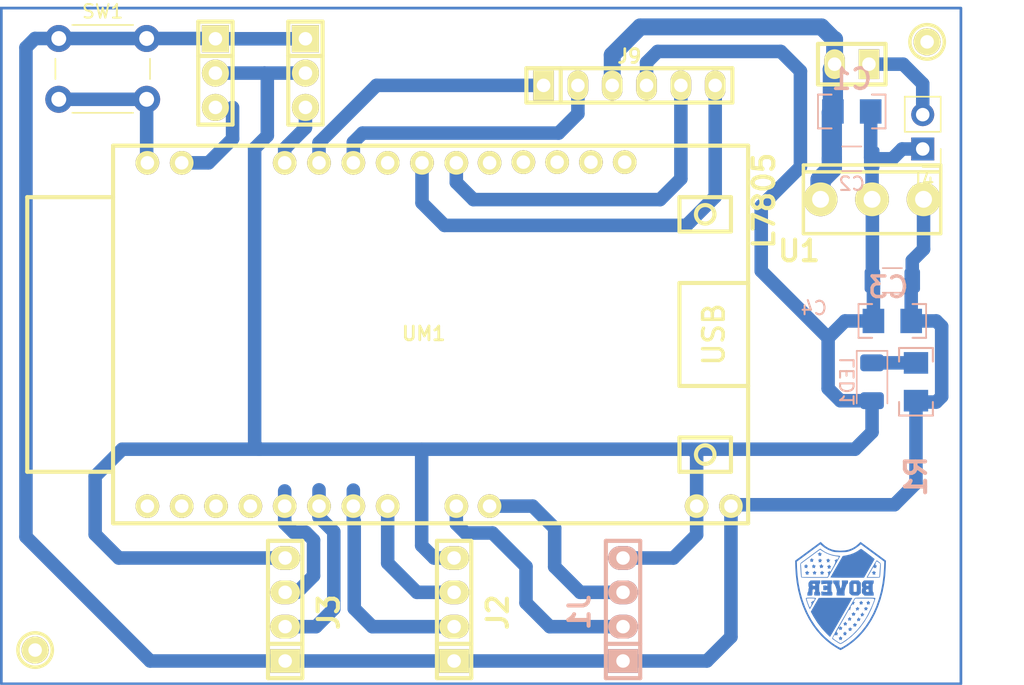
<source format=kicad_pcb>
(kicad_pcb (version 20211014) (generator pcbnew)
  (layers (0 "F.Cu" signal) (31 "B.Cu" signal) (34 "B.Paste" user) (35 "F.Paste" user) (36 "B.SilkS" user "B.Silkscreen") (37 "F.SilkS" user "F.Silkscreen") (38 "B.Mask" user) (39 "F.Mask" user) (44 "Edge.Cuts" user))
  (net 0 "")
  (net 1 "+7.5V")
  (net 2 "GND")
  (net 3 "+5V")
  (net 4 "/VBAT")
  (net 5 "/BOTON")
  (net 6 "Net-(LED1-Pad1)")
  (net 7 "/D0")
  (net 8 "/D0B")
  (net 9 "/IN4")
  (net 10 "/IN3")
  (net 11 "/IN2")
  (net 12 "/IN1")
  (net 13 "/TRIGG_1")
  (net 20 "/ECCHO_1")
  (net 21 "/TRIGG_2")
  (net 22 "/ECCHO_2")
  (net 23 "/TRIGG_3")
  (net 24 "/ECCHO_3")
  (footprint "EESTN5:to220" (layer "F.Cu") (at 193.925 86.65)
    (fp_text reference "U1")
    (fp_text value "L7805")
  )
  (footprint "EESTN5:Pin_Header_6" (layer "F.Cu") (at 175.97 78.22)
    (fp_text reference "J9")
    (fp_text value "Input of Driver L9110" hide)
  )
  (footprint "EESTN5:pin_strip_4" (layer "F.Cu") (at 150.5 117 90)
    (fp_text reference "J3")
    (fp_text value "Ultrasonido" hide)
  )
  (footprint "EESTN5:pad_2mm" (layer "F.Cu") (at 198 75)
    (fp_text reference "H1" hide)
    (fp_text value "Mounting_Hole" hide)
  )
  (footprint "EESTN5:pin_strip_4" (layer "F.Cu") (at 163 117 90)
    (fp_text reference "J2")
    (fp_text value "Ultrasonido" hide)
  )
  (footprint "EESTN5:Pin_Strip_3" (layer "F.Cu") (at 152 77.31 -90)
    (fp_text reference "J8" hide)
    (fp_text value "EncoderMotorIzquierda" hide)
  )
  (footprint "EESTN522:Jumper" (layer "F.Cu") (at 192.425 76.65 180)
    (fp_text reference "J5" hide)
    (fp_text value "Jumper" hide)
  )
  (footprint "EESTN5:Pin_Strip_3" (layer "F.Cu") (at 145.34 77.31 -90)
    (fp_text reference "J7" hide)
    (fp_text value "EncoderMotorDerecha" hide)
  )
  (footprint "EESTN5:pad_2mm" (layer "F.Cu") (at 132 120)
    (fp_text reference "H2" hide)
    (fp_text value "Mounting_Hole" hide)
  )
  (footprint "Connector_PinHeader_2.54mm:PinHeader_1x02_P2.54mm_Vertical" (layer "F.Cu") (at 197.675 82.925 180)
    (fp_text reference "J4")
    (fp_text value "CableAlimentacion")
  )
  (footprint "Button_Switch_THT:SW_PUSH_6mm_H4.3mm" (layer "F.Cu") (at 133.75 74.75)
    (fp_text reference "SW1")
    (fp_text value "SW_Push")
  )
  (footprint "clipboard:f8367c0e-1178-412a-9d09-4bd76832e1de" (layer "F.Cu") (at 188.296802 113.340117)
    (fp_text reference "")
    (fp_text value "")
  )
  (footprint "EESTN5:ESP32_DEVKITC" (layer "F.Cu") (at 160.625 96.65)
    (fp_text reference "UM1")
    (fp_text value "ESP32_DEVKITC" hide)
  )
  (footprint "EESTN5:C_1206" (layer "B.Cu") (at 192.425 80.15 180)
    (fp_text reference "C1")
    (fp_text value "220uF" hide)
  )
  (footprint "LED_SMD:LED_1206_3216Metric" (layer "B.Cu") (at 193.925 100.15 -90)
    (fp_text reference "LED1")
    (fp_text value "2V")
  )
  (footprint "EESTN5:pin_strip_4" (layer "B.Cu") (at 175.5 117 90)
    (fp_text reference "J1")
    (fp_text value "Ultrasonido" hide)
  )
  (footprint "EESTN5:R_1206" (layer "B.Cu") (at 197.175 100.15 90)
    (fp_text reference "R1")
    (fp_text value "470" hide)
  )
  (footprint "Capacitor_SMD:C_1206_3216Metric" (layer "B.Cu") (at 195.425 92.65)
    (fp_text reference "C4")
    (fp_text value "100nF")
  )
  (footprint "EESTN5:C_1206" (layer "B.Cu") (at 195.425 95.65)
    (fp_text reference "C3")
    (fp_text value "220uF" hide)
  )
  (footprint "Capacitor_SMD:C_1206_3216Metric" (layer "B.Cu") (at 192.425 83.65)
    (fp_text reference "C2")
    (fp_text value "100nF")
  )
  (gr_rect (start 129.5 72.5) (end 200.5 122.5) (layer "B.Cu") (width 0.2) (fill none))
  (segment (start 190.95 83.65) (end 190.95 84.375) (width 1.5) (layer "B.Cu") (net 1))
  (segment (start 190.95 83.65) (end 190.95 80.228) (width 1.5) (layer "B.Cu") (net 1))
  (segment (start 191.028 77.053) (end 191.028 80.15) (width 1.5) (layer "B.Cu") (net 1))
  (segment (start 190.95 84.375) (end 190.115 85.21) (width 1.5) (layer "B.Cu") (net 1))
  (segment (start 191.155 74.815) (end 191.155 76.65) (width 1.25) (layer "B.Cu") (net 1))
  (segment (start 174.7 75.97) (end 174.7 78.22) (width 1.25) (layer "B.Cu") (net 1))
  (segment (start 191.155 76.92) (end 191.025 77.05) (width 1.5) (layer "B.Cu") (net 1))
  (segment (start 190.115 85.21) (end 190.115 86.65) (width 1.5) (layer "B.Cu") (net 1))
  (segment (start 190.95 80.228) (end 191.028 80.15) (width 1.5) (layer "B.Cu") (net 1))
  (segment (start 176.77952 73.89048) (end 174.7 75.97) (width 1.25) (layer "B.Cu") (net 1))
  (segment (start 191.105 74.815) (end 190.18048 73.89048) (width 1.25) (layer "B.Cu") (net 1))
  (segment (start 191.025 77.05) (end 191.028 77.053) (width 1.5) (layer "B.Cu") (net 1))
  (segment (start 191.155 76.65) (end 191.155 76.92) (width 1.5) (layer "B.Cu") (net 1))
  (segment (start 190.18048 73.89048) (end 176.77952 73.89048) (width 1.25) (layer "B.Cu") (net 1))
  (segment (start 191.155 74.815) (end 191.105 74.815) (width 1.25) (layer "B.Cu") (net 1))
  (segment (start 149.18 81.94) (end 148.24 82.88) (width 1) (layer "B.Cu") (net 2))
  (segment (start 136.44 111.44) (end 138.19 113.19) (width 1) (layer "B.Cu") (net 2))
  (segment (start 148.574 105.14) (end 138.446 105.14) (width 1) (layer "B.Cu") (net 2))
  (segment (start 138.19 113.19) (end 150.5 113.19) (width 1) (layer "B.Cu") (net 2))
  (segment (start 193.822 83.572) (end 193.9 83.65) (width 1) (layer "B.Cu") (net 2))
  (segment (start 196.15 82.925) (end 195.425 83.65) (width 1) (layer "B.Cu") (net 2))
  (segment (start 180.945 109.35) (end 181.125 109.17) (width 1) (layer "B.Cu") (net 2))
  (segment (start 177.24 78.22) (end 177.24 76.53) (width 1) (layer "B.Cu") (net 2))
  (segment (start 161.52 113.19) (end 160.6 112.27) (width 1) (layer "B.Cu") (net 2))
  (segment (start 180.945 111.475) (end 180.945 109.35) (width 1) (layer "B.Cu") (net 2))
  (segment (start 193.925 83.675) (end 193.925 86.65) (width 1) (layer "B.Cu") (net 2))
  (segment (start 148.24 82.88) (end 148.24 104.806) (width 1) (layer "B.Cu") (net 2))
  (segment (start 185.725 87.15) (end 185.725 91.95) (width 1) (layer "B.Cu") (net 2))
  (segment (start 193.9 83.65) (end 193.925 83.675) (width 1) (layer "B.Cu") (net 2))
  (segment (start 190.675 96.9) (end 191.925 95.65) (width 1) (layer "B.Cu") (net 2))
  (segment (start 180.945 109.35) (end 180.945 105.485) (width 1) (layer "B.Cu") (net 2))
  (segment (start 138.446 105.14) (end 136.44 107.146) (width 1) (layer "B.Cu") (net 2))
  (segment (start 195.425 83.65) (end 193.9 83.65) (width 1) (layer "B.Cu") (net 2))
  (segment (start 177.24 76.53) (end 178.06 75.71) (width 1) (layer "B.Cu") (net 2))
  (segment (start 188.625 84.25) (end 185.725 87.15) (width 1) (layer "B.Cu") (net 2))
  (segment (start 185.725 91.95) (end 190.675 96.9) (width 1) (layer "B.Cu") (net 2))
  (segment (start 193.95 92.65) (end 193.95 86.675) (width 1) (layer "B.Cu") (net 2))
  (segment (start 177.12 77.99) (end 177.12 77.93) (width 1) (layer "B.Cu") (net 2))
  (segment (start 193.822 80.15) (end 193.822 83.572) (width 1) (layer "B.Cu") (net 2))
  (segment (start 179.23 113.19) (end 180.945 111.475) (width 1) (layer "B.Cu") (net 2))
  (segment (start 188.625 77.165) (end 188.625 84.25) (width 1) (layer "B.Cu") (net 2))
  (segment (start 148.24 104.806) (end 148.574 105.14) (width 1) (layer "B.Cu") (net 2))
  (segment (start 163 113.19) (end 161.52 113.19) (width 1) (layer "B.Cu") (net 2))
  (segment (start 194.028 92.728) (end 193.95 92.65) (width 1) (layer "B.Cu") (net 2))
  (segment (start 148.97 77.31) (end 149.18 77.52) (width 1) (layer "B.Cu") (net 2))
  (segment (start 182.3 105.14) (end 180.6 105.14) (width 1) (layer "B.Cu") (net 2))
  (segment (start 194.028 95.65) (end 194.028 92.728) (width 1) (layer "B.Cu") (net 2))
  (segment (start 193.925 101.55) (end 193.925 103.875) (width 1) (layer "B.Cu") (net 2))
  (segment (start 136.44 107.146) (end 136.44 111.44) (width 1) (layer "B.Cu") (net 2))
  (segment (start 152 77.31) (end 148.97 77.31) (width 1) (layer "B.Cu") (net 2))
  (segment (start 192.66 105.14) (end 182.3 105.14) (width 1) (layer "B.Cu") (net 2))
  (segment (start 187.17 75.71) (end 188.625 77.165) (width 1) (layer "B.Cu") (net 2))
  (segment (start 178.06 75.71) (end 187.17 75.71) (width 1) (layer "B.Cu") (net 2))
  (segment (start 175.5 113.19) (end 179.23 113.19) (width 1) (layer "B.Cu") (net 2))
  (segment (start 180.6 105.14) (end 160.6 105.14) (width 1) (layer "B.Cu") (net 2))
  (segment (start 191.575 101.55) (end 190.675 100.65) (width 1) (layer "B.Cu") (net 2))
  (segment (start 193.925 103.875) (end 192.66 105.14) (width 1) (layer "B.Cu") (net 2))
  (segment (start 148.97 77.31) (end 145.34 77.31) (width 1) (layer "B.Cu") (net 2))
  (segment (start 160.6 105.14) (end 148.574 105.14) (width 1) (layer "B.Cu") (net 2))
  (segment (start 180.945 105.485) (end 180.6 105.14) (width 1) (layer "B.Cu") (net 2))
  (segment (start 193.95 86.675) (end 193.925 86.65) (width 1) (layer "B.Cu") (net 2))
  (segment (start 160.6 112.27) (end 160.6 105.14) (width 1) (layer "B.Cu") (net 2))
  (segment (start 191.925 95.65) (end 194.028 95.65) (width 1) (layer "B.Cu") (net 2))
  (segment (start 149.18 77.52) (end 149.18 81.94) (width 1) (layer "B.Cu") (net 2))
  (segment (start 190.675 100.65) (end 190.675 96.9) (width 1) (layer "B.Cu") (net 2))
  (segment (start 193.925 101.55) (end 191.575 101.55) (width 1) (layer "B.Cu") (net 2))
  (segment (start 197.675 82.925) (end 196.15 82.925) (width 1) (layer "B.Cu") (net 2))
  (segment (start 183.485 119.029) (end 181.704 120.81) (width 1) (layer "B.Cu") (net 3))
  (segment (start 198.675 95.65) (end 199.076211 96.051211) (width 1) (layer "B.Cu") (net 3))
  (segment (start 145.32 74.75) (end 145.34 74.77) (width 1) (layer "B.Cu") (net 3))
  (segment (start 195.575 109.25) (end 183.585 109.25) (width 1) (layer "B.Cu") (net 3))
  (segment (start 133.75 74.75) (end 140.25 74.75) (width 1) (layer "B.Cu") (net 3))
  (segment (start 175.5 120.81) (end 163 120.81) (width 1) (layer "B.Cu") (net 3))
  (segment (start 183.485 109.35) (end 183.485 119.029) (width 1) (layer "B.Cu") (net 3))
  (segment (start 197.175 107.65) (end 195.575 109.25) (width 1) (layer "B.Cu") (net 3))
  (segment (start 131.32 75.42) (end 131.99 74.75) (width 1) (layer "B.Cu") (net 3))
  (segment (start 145.34 74.77) (end 152 74.77) (width 1) (layer "B.Cu") (net 3))
  (segment (start 181.704 120.81) (end 175.5 120.81) (width 1) (layer "B.Cu") (net 3))
  (segment (start 140.25 74.75) (end 145.32 74.75) (width 1) (layer "B.Cu") (net 3))
  (segment (start 197.735 90.34) (end 196.9 91.175) (width 1) (layer "B.Cu") (net 3))
  (segment (start 199.076211 101.248789) (end 198.675 101.65) (width 1) (layer "B.Cu") (net 3))
  (segment (start 150.5 120.81) (end 140.51048 120.81) (width 1) (layer "B.Cu") (net 3))
  (segment (start 196.822 95.65) (end 196.822 92.728) (width 1) (layer "B.Cu") (net 3))
  (segment (start 183.585 109.25) (end 183.485 109.35) (width 1) (layer "B.Cu") (net 3))
  (segment (start 163 120.81) (end 150.5 120.81) (width 1) (layer "B.Cu") (net 3))
  (segment (start 196.9 91.175) (end 196.9 92.65) (width 1) (layer "B.Cu") (net 3))
  (segment (start 131.99 74.75) (end 133.75 74.75) (width 1) (layer "B.Cu") (net 3))
  (segment (start 131.32 111.61952) (end 131.32 75.42) (width 1) (layer "B.Cu") (net 3))
  (segment (start 198.675 101.65) (end 197.278 101.65) (width 1) (layer "B.Cu") (net 3))
  (segment (start 196.822 95.65) (end 198.675 95.65) (width 1) (layer "B.Cu") (net 3))
  (segment (start 199.076211 96.051211) (end 199.076211 101.248789) (width 1) (layer "B.Cu") (net 3))
  (segment (start 140.51048 120.81) (end 131.32 111.61952) (width 1) (layer "B.Cu") (net 3))
  (segment (start 196.822 92.728) (end 196.9 92.65) (width 1) (layer "B.Cu") (net 3))
  (segment (start 197.278 101.65) (end 197.175 101.547) (width 1) (layer "B.Cu") (net 3))
  (segment (start 197.735 86.65) (end 197.735 90.34) (width 1) (layer "B.Cu") (net 3))
  (segment (start 197.175 101.547) (end 197.175 107.65) (width 1) (layer "B.Cu") (net 3))
  (segment (start 197.675 78.1) (end 197.675 80.385) (width 1) (layer "B.Cu") (net 4))
  (segment (start 196.225 76.65) (end 197.675 78.1) (width 1) (layer "B.Cu") (net 4))
  (segment (start 193.695 76.65) (end 196.225 76.65) (width 1) (layer "B.Cu") (net 4))
  (segment (start 140.25 83.895) (end 140.305 83.95) (width 1) (layer "B.Cu") (net 5))
  (segment (start 140.25 79.25) (end 140.25 83.895) (width 1) (layer "B.Cu") (net 5))
  (segment (start 133.75 79.25) (end 140.25 79.25) (width 1) (layer "B.Cu") (net 5))
  (segment (start 197.172 98.75) (end 197.175 98.753) (width 1) (layer "B.Cu") (net 6))
  (segment (start 193.925 98.75) (end 197.172 98.75) (width 1) (layer "B.Cu") (net 6))
  (segment (start 144.83 83.95) (end 146.61 82.17) (width 1) (layer "B.Cu") (net 7))
  (segment (start 142.845 83.95) (end 144.83 83.95) (width 1) (layer "B.Cu") (net 7))
  (segment (start 146.61 82.17) (end 146.61 79.85) (width 1) (layer "B.Cu") (net 7))
  (segment (start 150.465 83.95) (end 150.465 82.895) (width 1) (layer "B.Cu") (net 8))
  (segment (start 150.465 82.895) (end 150.67952 82.68048) (width 1) (layer "B.Cu") (net 8))
  (segment (start 150.67952 82.674839) (end 152 81.354359) (width 1) (layer "B.Cu") (net 8))
  (segment (start 152 81.354359) (end 152 79.85) (width 1) (layer "B.Cu") (net 8))
  (segment (start 150.67952 82.68048) (end 150.67952 82.674839) (width 1) (layer "B.Cu") (net 8))
  (segment (start 179.78 85.13) (end 179.78 78.22) (width 1) (layer "B.Cu") (net 9))
  (segment (start 164.43 86.67) (end 178.24 86.67) (width 1) (layer "B.Cu") (net 9))
  (segment (start 163.165 85.405) (end 164.43 86.67) (width 1) (layer "B.Cu") (net 9))
  (segment (start 163.165 83.95) (end 163.165 85.405) (width 1) (layer "B.Cu") (net 9))
  (segment (start 178.24 86.67) (end 179.78 85.13) (width 1) (layer "B.Cu") (net 9))
  (segment (start 160.625 86.915) (end 162.29 88.58) (width 1) (layer "B.Cu") (net 10))
  (segment (start 180.19 88.58) (end 182.32 86.45) (width 1) (layer "B.Cu") (net 10))
  (segment (start 160.625 83.95) (end 160.625 86.915) (width 1) (layer "B.Cu") (net 10))
  (segment (start 182.32 86.45) (end 182.32 78.22) (width 1) (layer "B.Cu") (net 10))
  (segment (start 162.29 88.58) (end 180.19 88.58) (width 1) (layer "B.Cu") (net 10))
  (segment (start 155.545 83.95) (end 155.545 82.43) (width 1) (layer "B.Cu") (net 11))
  (segment (start 170.7303 81.74952) (end 172.16 80.31982) (width 1) (layer "B.Cu") (net 11))
  (segment (start 156.22548 81.74952) (end 170.7303 81.74952) (width 1) (layer "B.Cu") (net 11))
  (segment (start 155.545 82.43) (end 156.22548 81.74952) (width 1) (layer "B.Cu") (net 11))
  (segment (start 172.16 80.31982) (end 172.16 78.22) (width 1) (layer "B.Cu") (net 11))
  (segment (start 157.255 78.22) (end 169.62 78.22) (width 1) (layer "B.Cu") (net 12))
  (segment (start 153.005 82.47) (end 157.255 78.22) (width 1) (layer "B.Cu") (net 12))
  (segment (start 153.005 82.47) (end 153.005 83.95) (width 1) (layer "B.Cu") (net 12))
  (segment (start 168.32 116.51) (end 170.08 118.27) (width 1) (layer "B.Cu") (net 13))
  (segment (start 165.84 111.34) (end 168.32 113.82) (width 1) (layer "B.Cu") (net 13))
  (segment (start 163.165 110.665) (end 163.84 111.34) (width 1) (layer "B.Cu") (net 13))
  (segment (start 163.165 109.35) (end 163.165 110.665) (width 1) (layer "B.Cu") (net 13))
  (segment (start 163.84 111.34) (end 165.84 111.34) (width 1) (layer "B.Cu") (net 13))
  (segment (start 170.08 118.27) (end 175.5 118.27) (width 1) (layer "B.Cu") (net 13))
  (segment (start 168.32 113.82) (end 168.32 116.51) (width 1) (layer "B.Cu") (net 13))
  (segment (start 165.625 109.35) (end 168.81 109.35) (width 1) (layer "B.Cu") (net 20))
  (segment (start 172.33 115.73) (end 175.5 115.73) (width 1) (layer "B.Cu") (net 20))
  (segment (start 168.81 109.35) (end 170.44 110.98) (width 1) (layer "B.Cu") (net 20))
  (segment (start 170.44 110.98) (end 170.44 113.84) (width 1) (layer "B.Cu") (net 20))
  (segment (start 170.44 113.84) (end 172.33 115.73) (width 1) (layer "B.Cu") (net 20))
  (segment (start 155.55 110.39) (end 155.61 110.45) (width 1) (layer "B.Cu") (net 21))
  (segment (start 155.55 109.355) (end 155.545 109.35) (width 1) (layer "B.Cu") (net 21))
  (segment (start 155.545 109.35) (end 155.545 108.165) (width 1) (layer "B.Cu") (net 21))
  (segment (start 155.61 110.45) (end 155.61 116.93) (width 1) (layer "B.Cu") (net 21))
  (segment (start 155.61 116.93) (end 156.95 118.27) (width 1) (layer "B.Cu") (net 21))
  (segment (start 155.55 110.39) (end 155.55 109.355) (width 1) (layer "B.Cu") (net 21))
  (segment (start 156.95 118.27) (end 163 118.27) (width 1) (layer "B.Cu") (net 21))
  (segment (start 155.55 109.35) (end 155.55 110.39) (width 1) (layer "B.Cu") (net 21))
  (segment (start 160.25 115.73) (end 163 115.73) (width 1) (layer "B.Cu") (net 22))
  (segment (start 158.085 113.565) (end 160.25 115.73) (width 1) (layer "B.Cu") (net 22))
  (segment (start 158.085 109.35) (end 158.085 113.565) (width 1) (layer "B.Cu") (net 22))
  (segment (start 154.09904 116.95096) (end 152.78 118.27) (width 1) (layer "B.Cu") (net 23))
  (segment (start 153.005 109.35) (end 153.005 110.154359) (width 1) (layer "B.Cu") (net 23))
  (segment (start 154.09904 111.248399) (end 154.09904 116.95096) (width 1) (layer "B.Cu") (net 23))
  (segment (start 152.78 118.27) (end 150.5 118.27) (width 1) (layer "B.Cu") (net 23))
  (segment (start 153.005 109.35) (end 153.005 108.145) (width 1) (layer "B.Cu") (net 23))
  (segment (start 153.005 110.154359) (end 154.09904 111.248399) (width 1) (layer "B.Cu") (net 23))
  (segment (start 151.13 111.29) (end 152.02 111.29) (width 1) (layer "B.Cu") (net 24))
  (segment (start 150.465 109.35) (end 150.465 109.46096) (width 1) (layer "B.Cu") (net 24))
  (segment (start 151.38 115.73) (end 150.5 115.73) (width 1) (layer "B.Cu") (net 24))
  (segment (start 150.465 109.35) (end 150.465 108.225) (width 1) (layer "B.Cu") (net 24))
  (segment (start 150.465 109.35) (end 150.465 110.625) (width 1) (layer "B.Cu") (net 24))
  (segment (start 152.59952 114.51048) (end 151.38 115.73) (width 1) (layer "B.Cu") (net 24))
  (segment (start 152.59952 111.86952) (end 152.59952 114.51048) (width 1) (layer "B.Cu") (net 24))
  (segment (start 152.02 111.29) (end 152.59952 111.86952) (width 1) (layer "B.Cu") (net 24))
  (segment (start 150.465 110.625) (end 151.13 111.29) (width 1) (layer "B.Cu") (net 24))
)
</source>
